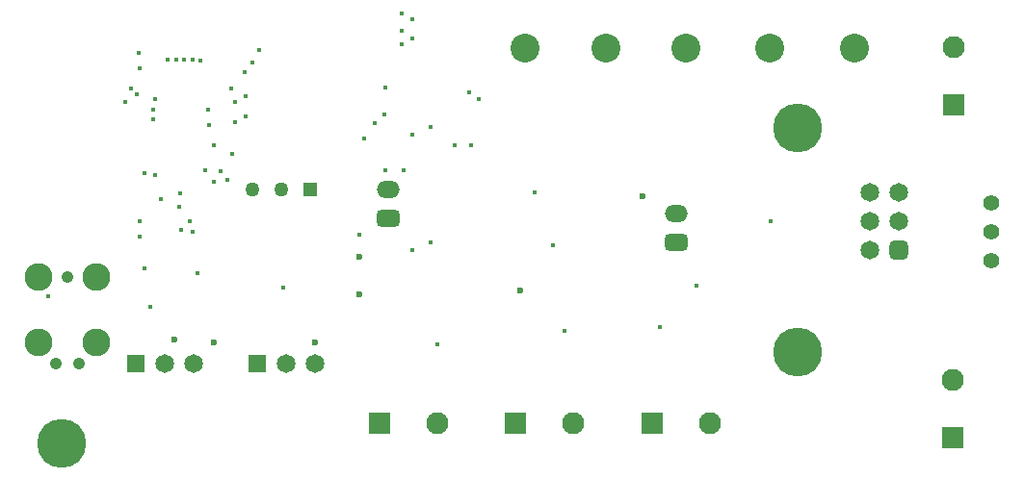
<source format=gbs>
G04*
G04 #@! TF.GenerationSoftware,Altium Limited,Altium Designer,24.9.1 (31)*
G04*
G04 Layer_Color=16711935*
%FSLAX44Y44*%
%MOMM*%
G71*
G04*
G04 #@! TF.SameCoordinates,97D2A4A5-BD74-41C0-937B-CE03BE3D36C6*
G04*
G04*
G04 #@! TF.FilePolarity,Negative*
G04*
G01*
G75*
G04:AMPARAMS|DCode=63|XSize=1.65mm|YSize=1.65mm|CornerRadius=0.4125mm|HoleSize=0mm|Usage=FLASHONLY|Rotation=90.000|XOffset=0mm|YOffset=0mm|HoleType=Round|Shape=RoundedRectangle|*
%AMROUNDEDRECTD63*
21,1,1.6500,0.8250,0,0,90.0*
21,1,0.8250,1.6500,0,0,90.0*
1,1,0.8250,0.4125,0.4125*
1,1,0.8250,0.4125,-0.4125*
1,1,0.8250,-0.4125,-0.4125*
1,1,0.8250,-0.4125,0.4125*
%
%ADD63ROUNDEDRECTD63*%
%ADD64C,1.6500*%
%ADD66R,1.9500X1.9500*%
%ADD67C,1.9500*%
%ADD68C,4.3000*%
%ADD69R,1.9500X1.9500*%
%ADD70O,2.0000X1.5000*%
G04:AMPARAMS|DCode=71|XSize=1.5mm|YSize=2mm|CornerRadius=0.375mm|HoleSize=0mm|Usage=FLASHONLY|Rotation=90.000|XOffset=0mm|YOffset=0mm|HoleType=Round|Shape=RoundedRectangle|*
%AMROUNDEDRECTD71*
21,1,1.5000,1.2500,0,0,90.0*
21,1,0.7500,2.0000,0,0,90.0*
1,1,0.7500,0.6250,0.3750*
1,1,0.7500,0.6250,-0.3750*
1,1,0.7500,-0.6250,-0.3750*
1,1,0.7500,-0.6250,0.3750*
%
%ADD71ROUNDEDRECTD71*%
%ADD72C,1.4000*%
%ADD73R,1.6500X1.6500*%
%ADD74R,1.2750X1.2750*%
%ADD75C,1.2750*%
%ADD76C,1.0668*%
%ADD77C,2.4511*%
%ADD78C,2.5400*%
%ADD79C,0.4510*%
%ADD80C,0.6000*%
D63*
X678942Y782066D02*
D03*
D64*
X653542D02*
D03*
X678942Y807466D02*
D03*
Y832866D02*
D03*
X653542Y807466D02*
D03*
Y832866D02*
D03*
X59295Y682244D02*
D03*
X33895D02*
D03*
X165855Y682193D02*
D03*
X140455D02*
D03*
D66*
X222130Y630364D02*
D03*
X342053D02*
D03*
X462444D02*
D03*
D67*
X272930D02*
D03*
X726372Y668464D02*
D03*
X392853Y630364D02*
D03*
X513244D02*
D03*
X727222Y960724D02*
D03*
D68*
X590000Y692635D02*
D03*
Y889508D02*
D03*
X-56886Y612394D02*
D03*
D69*
X726372Y617664D02*
D03*
X727222Y909924D02*
D03*
D70*
X229933Y835353D02*
D03*
X482854Y814324D02*
D03*
D71*
X229933Y809954D02*
D03*
X482854Y788924D02*
D03*
D72*
X760222Y823468D02*
D03*
Y798068D02*
D03*
Y772668D02*
D03*
D73*
X8495Y682244D02*
D03*
X115055Y682193D02*
D03*
D74*
X161347Y835462D02*
D03*
D75*
X135947D02*
D03*
X110547D02*
D03*
D76*
X-52070Y758444D02*
D03*
X-41920Y682244D02*
D03*
X-62220D02*
D03*
D77*
X-77470Y701294D02*
D03*
Y758444D02*
D03*
X-26670D02*
D03*
Y701294D02*
D03*
D78*
X639572Y960000D02*
D03*
X565658D02*
D03*
X491756D02*
D03*
X421640D02*
D03*
X350012D02*
D03*
D79*
X93075Y867227D02*
D03*
X104394Y899668D02*
D03*
X65324Y949164D02*
D03*
X58530Y949706D02*
D03*
X565866Y807593D02*
D03*
X137785Y749554D02*
D03*
X243356Y852523D02*
D03*
X10414Y956090D02*
D03*
X251606Y782522D02*
D03*
X205019Y795821D02*
D03*
X375221Y786684D02*
D03*
X95556Y894897D02*
D03*
Y912340D02*
D03*
X104997Y917933D02*
D03*
X242281Y990266D02*
D03*
X251606Y985266D02*
D03*
X242281Y975307D02*
D03*
Y963850D02*
D03*
X217998Y894340D02*
D03*
X116922Y958850D02*
D03*
X16030Y849925D02*
D03*
X11580Y942086D02*
D03*
X47082Y832506D02*
D03*
X55530Y807778D02*
D03*
X48082Y799885D02*
D03*
X-1209Y912340D02*
D03*
X8855Y919340D02*
D03*
X3810Y924340D02*
D03*
X500718Y750895D02*
D03*
X227811Y852307D02*
D03*
X358992Y833050D02*
D03*
X62326Y762210D02*
D03*
X-68804Y741426D02*
D03*
X23625Y897530D02*
D03*
X82323Y851987D02*
D03*
X92289Y924340D02*
D03*
X88392Y844042D02*
D03*
X272930Y699173D02*
D03*
X309688Y915340D02*
D03*
X300798Y921340D02*
D03*
X385303Y711497D02*
D03*
X468564Y714834D02*
D03*
X209042Y880872D02*
D03*
X76780Y874501D02*
D03*
X267088Y789388D02*
D03*
X227473Y925840D02*
D03*
X21180Y732491D02*
D03*
X46157Y820420D02*
D03*
X58530Y798254D02*
D03*
X29832Y827307D02*
D03*
X16030Y766618D02*
D03*
X11580Y794004D02*
D03*
Y807778D02*
D03*
X69030Y852307D02*
D03*
X72909Y892840D02*
D03*
X71780Y905759D02*
D03*
X76530Y842419D02*
D03*
X302514Y874501D02*
D03*
X288433D02*
D03*
X251606Y883901D02*
D03*
X267088Y890919D02*
D03*
X226314Y901840D02*
D03*
X23674Y906188D02*
D03*
X25146Y915162D02*
D03*
X110547Y947300D02*
D03*
X104172Y939101D02*
D03*
X251606Y968980D02*
D03*
X25530Y848273D02*
D03*
X50825Y949585D02*
D03*
X43740Y949590D02*
D03*
X36030Y949706D02*
D03*
D80*
X345948Y746506D02*
D03*
X204774Y743035D02*
D03*
X205019Y776721D02*
D03*
X453210Y830050D02*
D03*
X76780Y701294D02*
D03*
X165855D02*
D03*
X42145Y703326D02*
D03*
M02*

</source>
